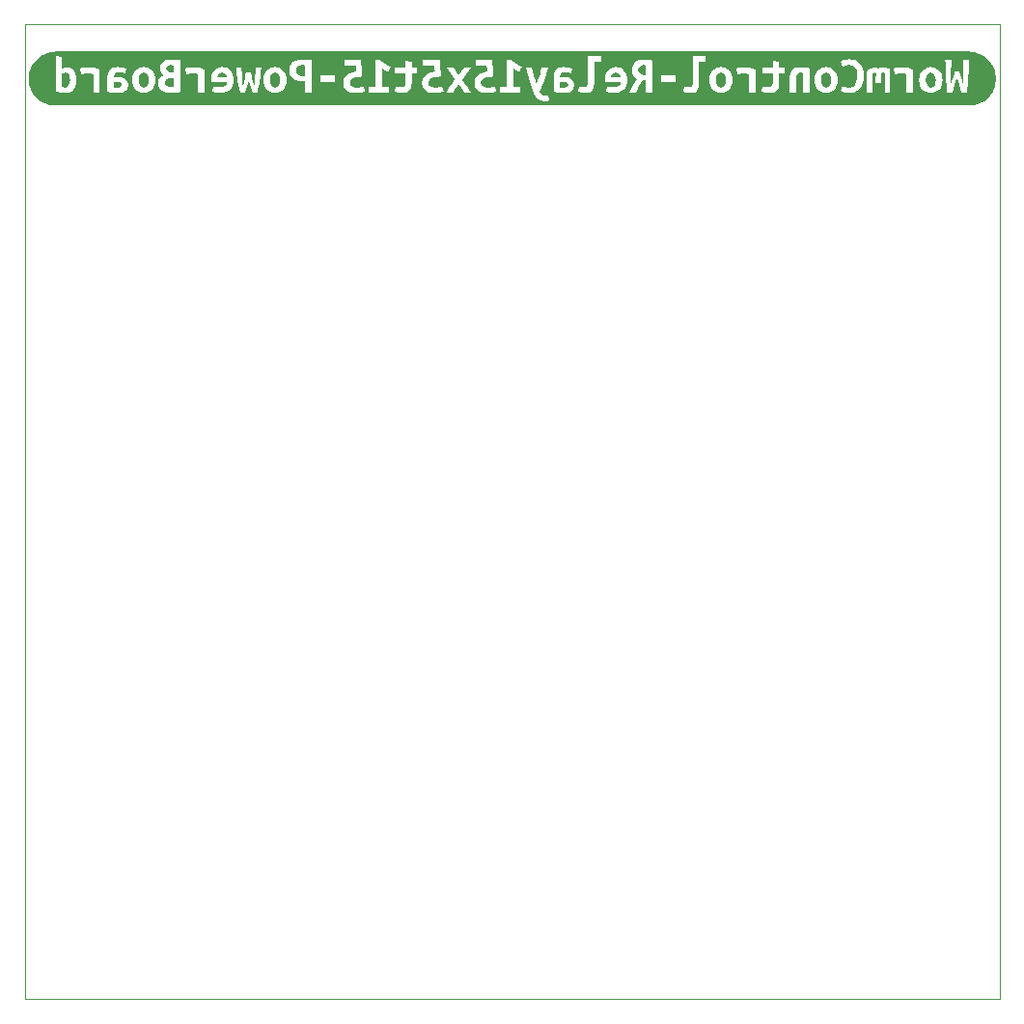
<source format=gbr>
G04 #@! TF.GenerationSoftware,KiCad,Pcbnew,6.0.10+dfsg-1~bpo11+1*
G04 #@! TF.ProjectId,project,70726f6a-6563-4742-9e6b-696361645f70,rev?*
G04 #@! TF.SameCoordinates,Original*
G04 #@! TF.FileFunction,Legend,Bot*
G04 #@! TF.FilePolarity,Positive*
%FSLAX46Y46*%
G04 Gerber Fmt 4.6, Leading zero omitted, Abs format (unit mm)*
%MOMM*%
%LPD*%
G01*
G04 APERTURE LIST*
G04 #@! TA.AperFunction,Profile*
%ADD10C,0.100000*%
G04 #@! TD*
%ADD11C,2.400000*%
%ADD12O,2.080000X3.600000*%
%ADD13O,2.100000X3.600000*%
%ADD14C,1.552000*%
%ADD15C,5.000000*%
G04 APERTURE END LIST*
D10*
X211012500Y-48287500D02*
X211012500Y-133787500D01*
X211012500Y-133787500D02*
X125512500Y-133787500D01*
X125512500Y-48287500D02*
X211012500Y-48287500D01*
X125512500Y-133787500D02*
X125512500Y-48287500D01*
G36*
X147626766Y-52566191D02*
G01*
X147766605Y-52699124D01*
X147851199Y-52904567D01*
X147879397Y-53166405D01*
X147853501Y-53428819D01*
X147775813Y-53635987D01*
X147640577Y-53770647D01*
X147442041Y-53815534D01*
X147248108Y-53770647D01*
X147108269Y-53635987D01*
X147023675Y-53428819D01*
X146995477Y-53166405D01*
X147021373Y-52904567D01*
X147099061Y-52699124D01*
X147234296Y-52566191D01*
X147432833Y-52521880D01*
X147626766Y-52566191D01*
G37*
G36*
X205173641Y-52566191D02*
G01*
X205313480Y-52699124D01*
X205398074Y-52904567D01*
X205426272Y-53166405D01*
X205400376Y-53428819D01*
X205322688Y-53635987D01*
X205187452Y-53770647D01*
X204988916Y-53815534D01*
X204794983Y-53770647D01*
X204655144Y-53635987D01*
X204570550Y-53428819D01*
X204542352Y-53166405D01*
X204568248Y-52904567D01*
X204645936Y-52699124D01*
X204781171Y-52566191D01*
X204979708Y-52521880D01*
X205173641Y-52566191D01*
G37*
G36*
X177529849Y-52540295D02*
G01*
X177663358Y-52641577D01*
X177746225Y-52788897D01*
X177785357Y-52959236D01*
X176919852Y-52959236D01*
X176942871Y-52791199D01*
X177016531Y-52646181D01*
X177145436Y-52542597D01*
X177338793Y-52503465D01*
X177529849Y-52540295D01*
G37*
G36*
X136117391Y-52566191D02*
G01*
X136257230Y-52699124D01*
X136341824Y-52904567D01*
X136370022Y-53166405D01*
X136344126Y-53428819D01*
X136266438Y-53635987D01*
X136131202Y-53770647D01*
X135932666Y-53815534D01*
X135738733Y-53770647D01*
X135598894Y-53635987D01*
X135514300Y-53428819D01*
X135486102Y-53166405D01*
X135511998Y-52904567D01*
X135589686Y-52699124D01*
X135724921Y-52566191D01*
X135923458Y-52521880D01*
X136117391Y-52566191D01*
G37*
G36*
X143001724Y-52540295D02*
G01*
X143135233Y-52641577D01*
X143218100Y-52788897D01*
X143257232Y-52959236D01*
X142391727Y-52959236D01*
X142414746Y-52791199D01*
X142488406Y-52646181D01*
X142617311Y-52542597D01*
X142810668Y-52503465D01*
X143001724Y-52540295D01*
G37*
G36*
X127961287Y-55393960D02*
G01*
X127731431Y-55359864D01*
X127506024Y-55303403D01*
X127287237Y-55225119D01*
X127077176Y-55125768D01*
X126877865Y-55006305D01*
X126691222Y-54867882D01*
X126519047Y-54711831D01*
X126362996Y-54539656D01*
X126224573Y-54353014D01*
X126105110Y-54153702D01*
X126005759Y-53943642D01*
X125927476Y-53724854D01*
X125871014Y-53499447D01*
X125836918Y-53269591D01*
X125825516Y-53037500D01*
X125836918Y-52805409D01*
X125871014Y-52575553D01*
X125927476Y-52350146D01*
X126005759Y-52131358D01*
X126105110Y-51921298D01*
X126224573Y-51721986D01*
X126362996Y-51535344D01*
X126519047Y-51363169D01*
X126691222Y-51207118D01*
X126877865Y-51068695D01*
X126903577Y-51053284D01*
X128193762Y-51053284D01*
X128193762Y-54183834D01*
X128367553Y-54229871D01*
X128575873Y-54266701D01*
X128799155Y-54290871D01*
X129017833Y-54298927D01*
X129328075Y-54265678D01*
X129583583Y-54165930D01*
X129784358Y-53999684D01*
X129928864Y-53775635D01*
X130015568Y-53502479D01*
X130044469Y-53180216D01*
X130020172Y-52852071D01*
X129947279Y-52573544D01*
X129825791Y-52344636D01*
X129656731Y-52174553D01*
X129573513Y-52135165D01*
X130362128Y-52135165D01*
X130463411Y-52659992D01*
X130594618Y-52632370D01*
X130748843Y-52607049D01*
X130900767Y-52590936D01*
X131025068Y-52586332D01*
X131259859Y-52597842D01*
X131494651Y-52641577D01*
X131494651Y-54248286D01*
X132065516Y-54248286D01*
X132065516Y-54197645D01*
X132746871Y-54197645D01*
X133115171Y-54262097D01*
X133374132Y-54289720D01*
X133663017Y-54298927D01*
X134038223Y-54262097D01*
X134325957Y-54140098D01*
X134510107Y-53919118D01*
X134574559Y-53585346D01*
X134500899Y-53267687D01*
X134399719Y-53161801D01*
X134906029Y-53161801D01*
X134924444Y-53407526D01*
X134979689Y-53629082D01*
X135068312Y-53824166D01*
X135186858Y-53990476D01*
X135333603Y-54125136D01*
X135506819Y-54225267D01*
X135704205Y-54287418D01*
X135923458Y-54308135D01*
X136142712Y-54287418D01*
X136340098Y-54225267D01*
X136513889Y-54125136D01*
X136662360Y-53990476D01*
X136782633Y-53824166D01*
X136871831Y-53629082D01*
X136927076Y-53407526D01*
X136928585Y-53387385D01*
X137221716Y-53387385D01*
X137243583Y-53623903D01*
X137309187Y-53817836D01*
X137546280Y-54094061D01*
X137709713Y-54182683D01*
X137900769Y-54241381D01*
X138113117Y-54274182D01*
X138340427Y-54285116D01*
X138532633Y-54279937D01*
X138731746Y-54264399D01*
X138933160Y-54238503D01*
X139132272Y-54202249D01*
X139132272Y-52135165D01*
X139569628Y-52135165D01*
X139670911Y-52659992D01*
X139802118Y-52632370D01*
X139956343Y-52607049D01*
X140108267Y-52590936D01*
X140232568Y-52586332D01*
X140467359Y-52597842D01*
X140702151Y-52641577D01*
X140702151Y-54248286D01*
X141273016Y-54248286D01*
X141273016Y-53138782D01*
X141843881Y-53138782D01*
X141846183Y-53253876D01*
X141853088Y-53350555D01*
X143257232Y-53350555D01*
X143213496Y-53539884D01*
X143082289Y-53684327D01*
X142882026Y-53775826D01*
X142631122Y-53806326D01*
X142306558Y-53769496D01*
X142046446Y-53695836D01*
X141968182Y-54179230D01*
X142281237Y-54264399D01*
X142654141Y-54298927D01*
X142915979Y-54281088D01*
X143149044Y-54227569D01*
X143351609Y-54138947D01*
X143521948Y-54015797D01*
X143658334Y-53858694D01*
X143759041Y-53668214D01*
X143821191Y-53443781D01*
X143841908Y-53184820D01*
X143820040Y-52916652D01*
X143754437Y-52683011D01*
X143653154Y-52484475D01*
X143524249Y-52321617D01*
X143371175Y-52194438D01*
X143197383Y-52102939D01*
X143135232Y-52084524D01*
X144035266Y-52084524D01*
X144063032Y-52395277D01*
X144095690Y-52696822D01*
X144133239Y-52989161D01*
X144175680Y-53272291D01*
X144237831Y-53628315D01*
X144304585Y-53953646D01*
X144375943Y-54248286D01*
X144804092Y-54248286D01*
X144898469Y-53985872D01*
X144981336Y-53753383D01*
X145059600Y-53518592D01*
X145140166Y-53249272D01*
X145223033Y-53513988D01*
X145298995Y-53746477D01*
X145379561Y-53981269D01*
X145480843Y-54248286D01*
X145908992Y-54248286D01*
X145962510Y-54034787D01*
X146012576Y-53799421D01*
X146059189Y-53545063D01*
X146102349Y-53274593D01*
X146117907Y-53161801D01*
X146415404Y-53161801D01*
X146433819Y-53407526D01*
X146489064Y-53629082D01*
X146577687Y-53824166D01*
X146696233Y-53990476D01*
X146842978Y-54125136D01*
X147016194Y-54225267D01*
X147213580Y-54287418D01*
X147432833Y-54308135D01*
X147652087Y-54287418D01*
X147849473Y-54225267D01*
X148023264Y-54125136D01*
X148171735Y-53990476D01*
X148292008Y-53824166D01*
X148381206Y-53629082D01*
X148436451Y-53407526D01*
X148454866Y-53161801D01*
X148435875Y-52919529D01*
X148378904Y-52699124D01*
X148287980Y-52504616D01*
X148167131Y-52340032D01*
X148143802Y-52319315D01*
X148717279Y-52319315D01*
X148750784Y-52628534D01*
X148851300Y-52874834D01*
X149018825Y-53058217D01*
X149247734Y-53184820D01*
X149532399Y-53260782D01*
X149872821Y-53286102D01*
X150075386Y-53286102D01*
X150075386Y-54248286D01*
X150641647Y-54248286D01*
X150641647Y-53387385D01*
X153436123Y-53387385D01*
X153505179Y-53753383D01*
X153716952Y-54045721D01*
X153876932Y-54156211D01*
X154071441Y-54239079D01*
X154300477Y-54290871D01*
X154564042Y-54308135D01*
X154789626Y-54294324D01*
X155010606Y-54259796D01*
X155056097Y-54248286D01*
X155682753Y-54248286D01*
X157413763Y-54248286D01*
X157413763Y-54179230D01*
X157924779Y-54179230D01*
X158263155Y-54271305D01*
X158615342Y-54298927D01*
X158965227Y-54266701D01*
X159223037Y-54142400D01*
X159384168Y-53882288D01*
X159425602Y-53688355D01*
X159439413Y-53442630D01*
X159439413Y-53387385D01*
X160341748Y-53387385D01*
X160410804Y-53753383D01*
X160622577Y-54045721D01*
X160782557Y-54156211D01*
X160977066Y-54239079D01*
X161206102Y-54290871D01*
X161469667Y-54308135D01*
X161695251Y-54294324D01*
X161916231Y-54259796D01*
X161961722Y-54248286D01*
X162487096Y-54248286D01*
X163076376Y-54248286D01*
X163200677Y-54026155D01*
X163324978Y-53829345D01*
X163445827Y-53654402D01*
X163559769Y-53497875D01*
X163690976Y-53679723D01*
X163808372Y-53856967D01*
X163920013Y-54042268D01*
X164033956Y-54248286D01*
X164609424Y-54248286D01*
X164450595Y-53978967D01*
X164261841Y-53693534D01*
X164054673Y-53405800D01*
X164040472Y-53387385D01*
X164945498Y-53387385D01*
X165014554Y-53753383D01*
X165226327Y-54045721D01*
X165386307Y-54156211D01*
X165580816Y-54239079D01*
X165809852Y-54290871D01*
X166073417Y-54308135D01*
X166299001Y-54294324D01*
X166519981Y-54259796D01*
X166565472Y-54248286D01*
X167192128Y-54248286D01*
X168923138Y-54248286D01*
X168923138Y-53778704D01*
X168324651Y-53778704D01*
X168324651Y-52185806D01*
X168619291Y-52349239D01*
X168900119Y-52462031D01*
X169048161Y-52084524D01*
X169434154Y-52084524D01*
X169519899Y-52385494D01*
X169602191Y-52680709D01*
X169684483Y-52969595D01*
X169770228Y-53251574D01*
X169860577Y-53527224D01*
X169956680Y-53797119D01*
X170059689Y-54060683D01*
X170170754Y-54317342D01*
X170343395Y-54635001D01*
X170532149Y-54853679D01*
X170762336Y-54980282D01*
X171059278Y-55021716D01*
X171319390Y-54998697D01*
X171515049Y-54938849D01*
X171409163Y-54464662D01*
X171245730Y-54522209D01*
X171091504Y-54538322D01*
X170824487Y-54427832D01*
X170683144Y-54197645D01*
X171878746Y-54197645D01*
X172247046Y-54262097D01*
X172506007Y-54289720D01*
X172794892Y-54298927D01*
X173170098Y-54262097D01*
X173419830Y-54156211D01*
X174060923Y-54156211D01*
X174123074Y-54188437D01*
X174249677Y-54236777D01*
X174440733Y-54280512D01*
X174696241Y-54298927D01*
X175034616Y-54240805D01*
X175267106Y-54066438D01*
X175401765Y-53780430D01*
X175446652Y-53387385D01*
X175446652Y-53138782D01*
X176372006Y-53138782D01*
X176374308Y-53253876D01*
X176381213Y-53350555D01*
X177785357Y-53350555D01*
X177741621Y-53539884D01*
X177610414Y-53684327D01*
X177410151Y-53775826D01*
X177159247Y-53806326D01*
X176834683Y-53769496D01*
X176574571Y-53695836D01*
X176496307Y-54179230D01*
X176809362Y-54264399D01*
X177182266Y-54298927D01*
X177444104Y-54281088D01*
X177586950Y-54248286D01*
X178563391Y-54248286D01*
X179157274Y-54248286D01*
X179271793Y-53977240D01*
X179403575Y-53716553D01*
X179549169Y-53459319D01*
X179705121Y-53198631D01*
X179999761Y-53198631D01*
X179999761Y-54248286D01*
X180566022Y-54248286D01*
X180566022Y-54156211D01*
X183268423Y-54156211D01*
X183330574Y-54188437D01*
X183457177Y-54236777D01*
X183648233Y-54280512D01*
X183903741Y-54298927D01*
X184242116Y-54240805D01*
X184474606Y-54066438D01*
X184609265Y-53780430D01*
X184654152Y-53387385D01*
X184654152Y-53161801D01*
X185547279Y-53161801D01*
X185565694Y-53407526D01*
X185620939Y-53629082D01*
X185709562Y-53824166D01*
X185828108Y-53990476D01*
X185974853Y-54125136D01*
X186148069Y-54225267D01*
X186345455Y-54287418D01*
X186564708Y-54308135D01*
X186783962Y-54287418D01*
X186981348Y-54225267D01*
X187155139Y-54125136D01*
X187303610Y-53990476D01*
X187423883Y-53824166D01*
X187513081Y-53629082D01*
X187568326Y-53407526D01*
X187586741Y-53161801D01*
X187567750Y-52919529D01*
X187510779Y-52699124D01*
X187419855Y-52504616D01*
X187299006Y-52340032D01*
X187149960Y-52207674D01*
X187019871Y-52135165D01*
X187909003Y-52135165D01*
X188010286Y-52659992D01*
X188141493Y-52632370D01*
X188295718Y-52607049D01*
X188447642Y-52590936D01*
X188571943Y-52586332D01*
X188806734Y-52597842D01*
X189041526Y-52641577D01*
X189041526Y-54248286D01*
X189612391Y-54248286D01*
X189612391Y-54179230D01*
X190151029Y-54179230D01*
X190489405Y-54271305D01*
X190841592Y-54298927D01*
X191191477Y-54266701D01*
X191229671Y-54248286D01*
X192595621Y-54248286D01*
X193161882Y-54248286D01*
X193161882Y-53101952D01*
X193179146Y-52840690D01*
X193230938Y-52664596D01*
X193511767Y-52531087D01*
X193638370Y-52535691D01*
X193769577Y-52549502D01*
X193769577Y-54248286D01*
X194335838Y-54248286D01*
X194335838Y-53161801D01*
X194754779Y-53161801D01*
X194773194Y-53407526D01*
X194828439Y-53629082D01*
X194917062Y-53824166D01*
X195035608Y-53990476D01*
X195182353Y-54125136D01*
X195355569Y-54225267D01*
X195552955Y-54287418D01*
X195772208Y-54308135D01*
X195991462Y-54287418D01*
X196188848Y-54225267D01*
X196362639Y-54125136D01*
X196379136Y-54110174D01*
X197070466Y-54110174D01*
X197395030Y-54245984D01*
X197615435Y-54292597D01*
X197866914Y-54308135D01*
X198237261Y-54265167D01*
X198277454Y-54248286D01*
X199363133Y-54248286D01*
X199823508Y-54248286D01*
X199823508Y-52927010D01*
X199839621Y-52719841D01*
X199881055Y-52600144D01*
X199940904Y-52544899D01*
X200012262Y-52531087D01*
X200099733Y-52537993D01*
X200182601Y-52563314D01*
X200159582Y-52756671D01*
X200150374Y-52991462D01*
X200150374Y-53424215D01*
X200610749Y-53424215D01*
X200610749Y-52927010D01*
X200654485Y-52618559D01*
X200794899Y-52531087D01*
X200861654Y-52535691D01*
X200937616Y-52549502D01*
X200937616Y-54248286D01*
X201397991Y-54248286D01*
X201397991Y-52167391D01*
X201252027Y-52135165D01*
X201720253Y-52135165D01*
X201821536Y-52659992D01*
X201952743Y-52632370D01*
X202106968Y-52607049D01*
X202258892Y-52590936D01*
X202383193Y-52586332D01*
X202617984Y-52597842D01*
X202852776Y-52641577D01*
X202852776Y-54248286D01*
X203423641Y-54248286D01*
X203423641Y-53161801D01*
X203962279Y-53161801D01*
X203980694Y-53407526D01*
X204035939Y-53629082D01*
X204124562Y-53824166D01*
X204243108Y-53990476D01*
X204389853Y-54125136D01*
X204563069Y-54225267D01*
X204760455Y-54287418D01*
X204979708Y-54308135D01*
X205198962Y-54287418D01*
X205396348Y-54225267D01*
X205570139Y-54125136D01*
X205718610Y-53990476D01*
X205838883Y-53824166D01*
X205928081Y-53629082D01*
X205983326Y-53407526D01*
X206001741Y-53161801D01*
X205982750Y-52919529D01*
X205925779Y-52699124D01*
X205834855Y-52504616D01*
X205714006Y-52340032D01*
X205564960Y-52207674D01*
X205389442Y-52109844D01*
X205192632Y-52049420D01*
X204979708Y-52029279D01*
X204763907Y-52049420D01*
X204567673Y-52109844D01*
X204393881Y-52207674D01*
X204245410Y-52340032D01*
X204125137Y-52504616D01*
X204035939Y-52699124D01*
X203980694Y-52919529D01*
X203962279Y-53161801D01*
X203423641Y-53161801D01*
X203423641Y-52227240D01*
X203195180Y-52152429D01*
X202960964Y-52093731D01*
X202703729Y-52055750D01*
X202406212Y-52043090D01*
X202275005Y-52047694D01*
X202093157Y-52063807D01*
X201897498Y-52091429D01*
X201720253Y-52135165D01*
X201252027Y-52135165D01*
X201043502Y-52089127D01*
X200735051Y-52061505D01*
X200520976Y-52091429D01*
X200357543Y-52190410D01*
X200173393Y-52100637D01*
X199952413Y-52061505D01*
X199657773Y-52116750D01*
X199475925Y-52282485D01*
X199386152Y-52561012D01*
X199368888Y-52743435D01*
X199363133Y-52954632D01*
X199363133Y-54248286D01*
X198277454Y-54248286D01*
X198544177Y-54136262D01*
X198787664Y-53921420D01*
X198926640Y-53707633D01*
X199025908Y-53452988D01*
X199085469Y-53157485D01*
X199105323Y-52821124D01*
X199081153Y-52486201D01*
X199008644Y-52190410D01*
X198892975Y-51935477D01*
X198739325Y-51723129D01*
X198550571Y-51555092D01*
X198329591Y-51433093D01*
X198214229Y-51398565D01*
X206241136Y-51398565D01*
X206254947Y-51753629D01*
X206268758Y-52119052D01*
X206283720Y-52488503D01*
X206300984Y-52855652D01*
X206321126Y-53218773D01*
X206344720Y-53576139D01*
X206371767Y-53921420D01*
X206402267Y-54248286D01*
X206871849Y-54248286D01*
X206973132Y-53947316D01*
X207074414Y-53624478D01*
X207175697Y-53298187D01*
X207276979Y-52986859D01*
X207380564Y-53289555D01*
X207488752Y-53617572D01*
X207594638Y-53945590D01*
X207691317Y-54248286D01*
X208160899Y-54248286D01*
X208195428Y-53920845D01*
X208225352Y-53573837D01*
X208251248Y-53214744D01*
X208273691Y-52851048D01*
X208292682Y-52483899D01*
X208308219Y-52114448D01*
X208320880Y-51750176D01*
X208331238Y-51398565D01*
X207806411Y-51398565D01*
X207811014Y-51674790D01*
X207815618Y-51960222D01*
X207820222Y-52249683D01*
X207824826Y-52537993D01*
X207829429Y-52822275D01*
X207834033Y-53099651D01*
X207837486Y-53364942D01*
X207838637Y-53612969D01*
X207744260Y-53290706D01*
X207642978Y-52945425D01*
X207553204Y-52632370D01*
X207488752Y-52406786D01*
X207074414Y-52406786D01*
X207019169Y-52623162D01*
X206938604Y-52908595D01*
X206841925Y-53244669D01*
X206738341Y-53612969D01*
X206739492Y-53364942D01*
X206742944Y-53099651D01*
X206747548Y-52822850D01*
X206752152Y-52540295D01*
X206756756Y-52253136D01*
X206761359Y-51962524D01*
X206764812Y-51675365D01*
X206765963Y-51398565D01*
X206241136Y-51398565D01*
X198214229Y-51398565D01*
X198081564Y-51358858D01*
X197811669Y-51334112D01*
X197537746Y-51359433D01*
X197323672Y-51416980D01*
X197169446Y-51486036D01*
X197075069Y-51541281D01*
X197222389Y-51992449D01*
X197477898Y-51875053D01*
X197820877Y-51826714D01*
X198080989Y-51875053D01*
X198306573Y-52036184D01*
X198467704Y-52337730D01*
X198514317Y-52549502D01*
X198529854Y-52807312D01*
X198511184Y-53107324D01*
X198455171Y-53356693D01*
X198361818Y-53555422D01*
X198140262Y-53750506D01*
X197811669Y-53815534D01*
X197445671Y-53764892D01*
X197213182Y-53663610D01*
X197070466Y-54110174D01*
X196379136Y-54110174D01*
X196511110Y-53990476D01*
X196631383Y-53824166D01*
X196720581Y-53629082D01*
X196775826Y-53407526D01*
X196794241Y-53161801D01*
X196775250Y-52919529D01*
X196718279Y-52699124D01*
X196627355Y-52504616D01*
X196506506Y-52340032D01*
X196357460Y-52207674D01*
X196181942Y-52109844D01*
X195985132Y-52049420D01*
X195772208Y-52029279D01*
X195556407Y-52049420D01*
X195360173Y-52109844D01*
X195186381Y-52207674D01*
X195037910Y-52340032D01*
X194917637Y-52504616D01*
X194828439Y-52699124D01*
X194773194Y-52919529D01*
X194754779Y-53161801D01*
X194335838Y-53161801D01*
X194335838Y-52153580D01*
X194166075Y-52113297D01*
X193960633Y-52075316D01*
X193727568Y-52047694D01*
X193474937Y-52038486D01*
X193238995Y-52056326D01*
X193046788Y-52109844D01*
X192777469Y-52312409D01*
X192637054Y-52625464D01*
X192605979Y-52817095D01*
X192595621Y-53028292D01*
X192595621Y-54248286D01*
X191229671Y-54248286D01*
X191449287Y-54142400D01*
X191610418Y-53882288D01*
X191651852Y-53688355D01*
X191665663Y-53442630D01*
X191665663Y-52554106D01*
X192158264Y-52554106D01*
X192158264Y-52084524D01*
X191665663Y-52084524D01*
X191665663Y-51541281D01*
X191099402Y-51449206D01*
X191099402Y-52084524D01*
X190192463Y-52084524D01*
X190192463Y-52554106D01*
X191099402Y-52554106D01*
X191099402Y-53428819D01*
X191076383Y-53622176D01*
X191011931Y-53737270D01*
X190910648Y-53792515D01*
X190777139Y-53806326D01*
X190632121Y-53801722D01*
X190503216Y-53785609D01*
X190374311Y-53751081D01*
X190229293Y-53691232D01*
X190151029Y-54179230D01*
X189612391Y-54179230D01*
X189612391Y-52227240D01*
X189383930Y-52152429D01*
X189149714Y-52093731D01*
X188892479Y-52055750D01*
X188594962Y-52043090D01*
X188463755Y-52047694D01*
X188281907Y-52063807D01*
X188086248Y-52091429D01*
X187909003Y-52135165D01*
X187019871Y-52135165D01*
X186974442Y-52109844D01*
X186777632Y-52049420D01*
X186564708Y-52029279D01*
X186348907Y-52049420D01*
X186152673Y-52109844D01*
X185978881Y-52207674D01*
X185830410Y-52340032D01*
X185710137Y-52504616D01*
X185620939Y-52699124D01*
X185565694Y-52919529D01*
X185547279Y-53161801D01*
X184654152Y-53161801D01*
X184654152Y-51550489D01*
X185252639Y-51550489D01*
X185252639Y-51080906D01*
X184087891Y-51080906D01*
X184087891Y-53428819D01*
X184000419Y-53728062D01*
X183779439Y-53806326D01*
X183494007Y-53760289D01*
X183342083Y-53700440D01*
X183268423Y-54156211D01*
X180566022Y-54156211D01*
X180566022Y-53345951D01*
X181334848Y-53345951D01*
X182596276Y-53345951D01*
X182596276Y-52788897D01*
X181334848Y-52788897D01*
X181334848Y-53345951D01*
X180566022Y-53345951D01*
X180566022Y-51439999D01*
X180384174Y-51405471D01*
X180183911Y-51382452D01*
X179990553Y-51370942D01*
X179829422Y-51366339D01*
X179596933Y-51380150D01*
X179387462Y-51421584D01*
X179203312Y-51491791D01*
X179046784Y-51591922D01*
X178828106Y-51884261D01*
X178771135Y-52077043D01*
X178752144Y-52300900D01*
X178777465Y-52537993D01*
X178853427Y-52752067D01*
X178988087Y-52930463D01*
X179189501Y-53060519D01*
X179023766Y-53325234D01*
X178853427Y-53629082D01*
X178694598Y-53946741D01*
X178563391Y-54248286D01*
X177586950Y-54248286D01*
X177677169Y-54227569D01*
X177879734Y-54138947D01*
X178050073Y-54015797D01*
X178186459Y-53858694D01*
X178287166Y-53668214D01*
X178349316Y-53443781D01*
X178370033Y-53184820D01*
X178348165Y-52916652D01*
X178282562Y-52683011D01*
X178181279Y-52484475D01*
X178052374Y-52321617D01*
X177899300Y-52194438D01*
X177725508Y-52102939D01*
X177539056Y-52047694D01*
X177348001Y-52029279D01*
X177054384Y-52060738D01*
X176811920Y-52155115D01*
X176620608Y-52312409D01*
X176482496Y-52530064D01*
X176399628Y-52805522D01*
X176372006Y-53138782D01*
X175446652Y-53138782D01*
X175446652Y-51550489D01*
X176045139Y-51550489D01*
X176045139Y-51080906D01*
X174880391Y-51080906D01*
X174880391Y-53428819D01*
X174792919Y-53728062D01*
X174571939Y-53806326D01*
X174286507Y-53760289D01*
X174134583Y-53700440D01*
X174060923Y-54156211D01*
X173419830Y-54156211D01*
X173457832Y-54140098D01*
X173641982Y-53919118D01*
X173706434Y-53585346D01*
X173632774Y-53267687D01*
X173434813Y-53060519D01*
X173149381Y-52947727D01*
X172813307Y-52913199D01*
X172604987Y-52922406D01*
X172421988Y-52950029D01*
X172421988Y-52880972D01*
X172523271Y-52611653D01*
X172661383Y-52530512D01*
X172873156Y-52503465D01*
X173183909Y-52526484D01*
X173425606Y-52581729D01*
X173503869Y-52125957D01*
X173204626Y-52059203D01*
X173007815Y-52036760D01*
X172804099Y-52029279D01*
X172559525Y-52044816D01*
X172359838Y-52091429D01*
X172076707Y-52266372D01*
X171924783Y-52542597D01*
X171878746Y-52908595D01*
X171878746Y-54197645D01*
X170683144Y-54197645D01*
X170663356Y-54165419D01*
X170798399Y-53882288D01*
X170933442Y-53573070D01*
X171068486Y-53237763D01*
X171167466Y-52969739D01*
X171261843Y-52688190D01*
X171351616Y-52393119D01*
X171436786Y-52084524D01*
X170847506Y-52084524D01*
X170753129Y-52448220D01*
X170698459Y-52641577D01*
X170640337Y-52834935D01*
X170578762Y-53026566D01*
X170513734Y-53214744D01*
X170377923Y-53562327D01*
X170281244Y-53214744D01*
X170231754Y-53027142D01*
X170184566Y-52837237D01*
X170139104Y-52645606D01*
X170094793Y-52452824D01*
X170014227Y-52084524D01*
X169434154Y-52084524D01*
X169048161Y-52084524D01*
X169084269Y-51992449D01*
X168844874Y-51886562D01*
X168587064Y-51743846D01*
X168343066Y-51578111D01*
X168145104Y-51398565D01*
X167758389Y-51398565D01*
X167758389Y-53778704D01*
X167192128Y-53778704D01*
X167192128Y-54248286D01*
X166565472Y-54248286D01*
X166711036Y-54211456D01*
X166842243Y-54160815D01*
X166727149Y-53691232D01*
X166469339Y-53783307D01*
X166293246Y-53814383D01*
X166078021Y-53824741D01*
X165804098Y-53787911D01*
X165633759Y-53693534D01*
X165548589Y-53562327D01*
X165525571Y-53410404D01*
X165564703Y-53191726D01*
X165721230Y-53021387D01*
X166055002Y-52910897D01*
X166304755Y-52881548D01*
X166621263Y-52871765D01*
X166579829Y-52489078D01*
X166547603Y-52114448D01*
X166523433Y-51750176D01*
X166506169Y-51398565D01*
X165051384Y-51398565D01*
X165051384Y-51868147D01*
X166031983Y-51868147D01*
X166055002Y-52176599D01*
X166078021Y-52439012D01*
X165729670Y-52486073D01*
X165445772Y-52578148D01*
X165226327Y-52715237D01*
X165070311Y-52896318D01*
X164976701Y-53120367D01*
X164945498Y-53387385D01*
X164040472Y-53387385D01*
X163845202Y-53134179D01*
X164604821Y-52084524D01*
X164010937Y-52084524D01*
X163532147Y-52761275D01*
X163090187Y-52084524D01*
X162514718Y-52084524D01*
X163214488Y-53124971D01*
X162998112Y-53408102D01*
X162795547Y-53709647D01*
X162620604Y-53999684D01*
X162487096Y-54248286D01*
X161961722Y-54248286D01*
X162107286Y-54211456D01*
X162238493Y-54160815D01*
X162123399Y-53691232D01*
X161865589Y-53783307D01*
X161689496Y-53814383D01*
X161474271Y-53824741D01*
X161200348Y-53787911D01*
X161030009Y-53693534D01*
X160944839Y-53562327D01*
X160921821Y-53410404D01*
X160960953Y-53191726D01*
X161117480Y-53021387D01*
X161451252Y-52910897D01*
X161701005Y-52881548D01*
X162017513Y-52871765D01*
X161976079Y-52489078D01*
X161943853Y-52114448D01*
X161919683Y-51750176D01*
X161902419Y-51398565D01*
X160447634Y-51398565D01*
X160447634Y-51868147D01*
X161428233Y-51868147D01*
X161451252Y-52176599D01*
X161474271Y-52439012D01*
X161125920Y-52486073D01*
X160842022Y-52578148D01*
X160622577Y-52715237D01*
X160466561Y-52896318D01*
X160372951Y-53120367D01*
X160341748Y-53387385D01*
X159439413Y-53387385D01*
X159439413Y-52554106D01*
X159932014Y-52554106D01*
X159932014Y-52084524D01*
X159439413Y-52084524D01*
X159439413Y-51541281D01*
X158873152Y-51449206D01*
X158873152Y-52084524D01*
X157966213Y-52084524D01*
X157966213Y-52554106D01*
X158873152Y-52554106D01*
X158873152Y-53428819D01*
X158850133Y-53622176D01*
X158785681Y-53737270D01*
X158684398Y-53792515D01*
X158550889Y-53806326D01*
X158405871Y-53801722D01*
X158276966Y-53785609D01*
X158148061Y-53751081D01*
X158003043Y-53691232D01*
X157924779Y-54179230D01*
X157413763Y-54179230D01*
X157413763Y-53778704D01*
X156815276Y-53778704D01*
X156815276Y-52185806D01*
X157109916Y-52349239D01*
X157390744Y-52462031D01*
X157574894Y-51992449D01*
X157335499Y-51886562D01*
X157077689Y-51743846D01*
X156833691Y-51578111D01*
X156635729Y-51398565D01*
X156249014Y-51398565D01*
X156249014Y-53778704D01*
X155682753Y-53778704D01*
X155682753Y-54248286D01*
X155056097Y-54248286D01*
X155201661Y-54211456D01*
X155332868Y-54160815D01*
X155217774Y-53691232D01*
X154959964Y-53783307D01*
X154783871Y-53814383D01*
X154568646Y-53824741D01*
X154294723Y-53787911D01*
X154124384Y-53693534D01*
X154039214Y-53562327D01*
X154016196Y-53410404D01*
X154055328Y-53191726D01*
X154211855Y-53021387D01*
X154545627Y-52910897D01*
X154795380Y-52881548D01*
X155111888Y-52871765D01*
X155070454Y-52489078D01*
X155038228Y-52114448D01*
X155014058Y-51750176D01*
X154996794Y-51398565D01*
X153542009Y-51398565D01*
X153542009Y-51868147D01*
X154522608Y-51868147D01*
X154545627Y-52176599D01*
X154568646Y-52439012D01*
X154220295Y-52486073D01*
X153936397Y-52578148D01*
X153716952Y-52715237D01*
X153560936Y-52896318D01*
X153467326Y-53120367D01*
X153436123Y-53387385D01*
X150641647Y-53387385D01*
X150641647Y-53345951D01*
X151410473Y-53345951D01*
X152671901Y-53345951D01*
X152671901Y-52788897D01*
X151410473Y-52788897D01*
X151410473Y-53345951D01*
X150641647Y-53345951D01*
X150641647Y-51435395D01*
X150455195Y-51403169D01*
X150245724Y-51382452D01*
X150038556Y-51370942D01*
X149859009Y-51366339D01*
X149523959Y-51391148D01*
X149243130Y-51465575D01*
X149016523Y-51589621D01*
X148850277Y-51769934D01*
X148750529Y-52013166D01*
X148717279Y-52319315D01*
X148143802Y-52319315D01*
X148018085Y-52207674D01*
X147842567Y-52109844D01*
X147645757Y-52049420D01*
X147432833Y-52029279D01*
X147217032Y-52049420D01*
X147020798Y-52109844D01*
X146847006Y-52207674D01*
X146698535Y-52340032D01*
X146578262Y-52504616D01*
X146489064Y-52699124D01*
X146433819Y-52919529D01*
X146415404Y-53161801D01*
X146117907Y-53161801D01*
X146141481Y-52990887D01*
X146176009Y-52696822D01*
X146207085Y-52394126D01*
X146235858Y-52084524D01*
X145752464Y-52084524D01*
X145739932Y-52349495D01*
X145726888Y-52610374D01*
X145713333Y-52867161D01*
X145695685Y-53124460D01*
X145670364Y-53386873D01*
X145637371Y-53654402D01*
X145533786Y-53329838D01*
X145455523Y-53044406D01*
X145391070Y-52781992D01*
X145328919Y-52521880D01*
X144919186Y-52521880D01*
X144861639Y-52781992D01*
X144797186Y-53044406D01*
X144723526Y-53329838D01*
X144629149Y-53654402D01*
X144603829Y-53447234D01*
X144583112Y-53249272D01*
X144566423Y-53056490D01*
X144553188Y-52864859D01*
X144534773Y-52482748D01*
X144527291Y-52287664D01*
X144518659Y-52084524D01*
X144035266Y-52084524D01*
X143135232Y-52084524D01*
X143010931Y-52047694D01*
X142819876Y-52029279D01*
X142526259Y-52060738D01*
X142283795Y-52155115D01*
X142092483Y-52312409D01*
X141954371Y-52530064D01*
X141871503Y-52805522D01*
X141843881Y-53138782D01*
X141273016Y-53138782D01*
X141273016Y-52227240D01*
X141044555Y-52152429D01*
X140810339Y-52093731D01*
X140553104Y-52055750D01*
X140255587Y-52043090D01*
X140124380Y-52047694D01*
X139942532Y-52063807D01*
X139746873Y-52091429D01*
X139569628Y-52135165D01*
X139132272Y-52135165D01*
X139132272Y-51435395D01*
X138777783Y-51387056D01*
X138395672Y-51366339D01*
X138103334Y-51383027D01*
X137870844Y-51433093D01*
X137553186Y-51608036D01*
X137396658Y-51849732D01*
X137355224Y-52116750D01*
X137379970Y-52307806D01*
X137454205Y-52475842D01*
X137718921Y-52724445D01*
X137475497Y-52848746D01*
X137325300Y-53009877D01*
X137247612Y-53194027D01*
X137221716Y-53387385D01*
X136928585Y-53387385D01*
X136945491Y-53161801D01*
X136926500Y-52919529D01*
X136869529Y-52699124D01*
X136778605Y-52504616D01*
X136657756Y-52340032D01*
X136508710Y-52207674D01*
X136333192Y-52109844D01*
X136136382Y-52049420D01*
X135923458Y-52029279D01*
X135707657Y-52049420D01*
X135511423Y-52109844D01*
X135337631Y-52207674D01*
X135189160Y-52340032D01*
X135068887Y-52504616D01*
X134979689Y-52699124D01*
X134924444Y-52919529D01*
X134906029Y-53161801D01*
X134399719Y-53161801D01*
X134302938Y-53060519D01*
X134017506Y-52947727D01*
X133681432Y-52913199D01*
X133473112Y-52922406D01*
X133290113Y-52950029D01*
X133290113Y-52880972D01*
X133391396Y-52611653D01*
X133529508Y-52530512D01*
X133741281Y-52503465D01*
X134052034Y-52526484D01*
X134293731Y-52581729D01*
X134371994Y-52125957D01*
X134072751Y-52059203D01*
X133875940Y-52036760D01*
X133672224Y-52029279D01*
X133427650Y-52044816D01*
X133227963Y-52091429D01*
X132944832Y-52266372D01*
X132792908Y-52542597D01*
X132746871Y-52908595D01*
X132746871Y-54197645D01*
X132065516Y-54197645D01*
X132065516Y-52227240D01*
X131837055Y-52152429D01*
X131602839Y-52093731D01*
X131345604Y-52055750D01*
X131048087Y-52043090D01*
X130916880Y-52047694D01*
X130735032Y-52063807D01*
X130539373Y-52091429D01*
X130362128Y-52135165D01*
X129573513Y-52135165D01*
X129441122Y-52072503D01*
X129178964Y-52038486D01*
X128953381Y-52063807D01*
X128760023Y-52135165D01*
X128760023Y-51149962D01*
X128193762Y-51053284D01*
X126903577Y-51053284D01*
X127077176Y-50949232D01*
X127287237Y-50849881D01*
X127506024Y-50771597D01*
X127731431Y-50715136D01*
X127961287Y-50681040D01*
X128193378Y-50669638D01*
X208331622Y-50669638D01*
X208563713Y-50681040D01*
X208793569Y-50715136D01*
X209018976Y-50771597D01*
X209237763Y-50849881D01*
X209447824Y-50949232D01*
X209647135Y-51068695D01*
X209833778Y-51207118D01*
X210005953Y-51363169D01*
X210162004Y-51535344D01*
X210300427Y-51721986D01*
X210419890Y-51921298D01*
X210519241Y-52131358D01*
X210597524Y-52350146D01*
X210653986Y-52575553D01*
X210688082Y-52805409D01*
X210699484Y-53037500D01*
X210688082Y-53269591D01*
X210653986Y-53499447D01*
X210597524Y-53724854D01*
X210519241Y-53943642D01*
X210419890Y-54153702D01*
X210300427Y-54353014D01*
X210162004Y-54539656D01*
X210005953Y-54711831D01*
X209833778Y-54867882D01*
X209647135Y-55006305D01*
X209447824Y-55125768D01*
X209237763Y-55225119D01*
X209018976Y-55303403D01*
X208793569Y-55359864D01*
X208563713Y-55393960D01*
X208331622Y-55405362D01*
X128193378Y-55405362D01*
X127961287Y-55393960D01*
G37*
G36*
X138566011Y-53774100D02*
G01*
X138434804Y-53787911D01*
X138294389Y-53792515D01*
X138105636Y-53776402D01*
X137942203Y-53716553D01*
X137824807Y-53592252D01*
X137778769Y-53387385D01*
X137909976Y-53090443D01*
X138262163Y-53000670D01*
X138566011Y-53000670D01*
X138566011Y-53774100D01*
G37*
G36*
X179907686Y-51861242D02*
G01*
X179999761Y-51872751D01*
X179999761Y-52729049D01*
X179875459Y-52729049D01*
X179625706Y-52700851D01*
X179456518Y-52616257D01*
X179327613Y-52296296D01*
X179362141Y-52100637D01*
X179465726Y-51964826D01*
X179625706Y-51885412D01*
X179829422Y-51858940D01*
X179907686Y-51861242D01*
G37*
G36*
X149934971Y-51861242D02*
G01*
X150075386Y-51872751D01*
X150075386Y-52793501D01*
X149845198Y-52793501D01*
X149606954Y-52766454D01*
X149435464Y-52685313D01*
X149331880Y-52538569D01*
X149297352Y-52314711D01*
X149331305Y-52102363D01*
X149433163Y-51962524D01*
X149591416Y-51884836D01*
X149794557Y-51858940D01*
X149934971Y-51861242D01*
G37*
G36*
X172868552Y-53320631D02*
G01*
X173013570Y-53359762D01*
X173112551Y-53438026D01*
X173149381Y-53571535D01*
X173038891Y-53781006D01*
X172753458Y-53843156D01*
X172573912Y-53840854D01*
X172421988Y-53829345D01*
X172421988Y-53332140D01*
X172555497Y-53316027D01*
X172698213Y-53309121D01*
X172868552Y-53320631D01*
G37*
G36*
X138441709Y-51863544D02*
G01*
X138566011Y-51877355D01*
X138566011Y-52531087D01*
X138345031Y-52531087D01*
X138018164Y-52436711D01*
X137907674Y-52176599D01*
X137939901Y-52013166D01*
X138027372Y-51916487D01*
X138156277Y-51870449D01*
X138308201Y-51858940D01*
X138441709Y-51863544D01*
G37*
G36*
X195966141Y-52566191D02*
G01*
X196105980Y-52699124D01*
X196190574Y-52904567D01*
X196218772Y-53166405D01*
X196192876Y-53428819D01*
X196115188Y-53635987D01*
X195979952Y-53770647D01*
X195781416Y-53815534D01*
X195587483Y-53770647D01*
X195447644Y-53635987D01*
X195363050Y-53428819D01*
X195334852Y-53166405D01*
X195360748Y-52904567D01*
X195438436Y-52699124D01*
X195573671Y-52566191D01*
X195772208Y-52521880D01*
X195966141Y-52566191D01*
G37*
G36*
X129257228Y-52566767D02*
G01*
X129376926Y-52687615D01*
X129445982Y-52884425D01*
X129469001Y-53152594D01*
X129441954Y-53416158D01*
X129360813Y-53626780D01*
X129219823Y-53764892D01*
X129013229Y-53810930D01*
X128884324Y-53806326D01*
X128760023Y-53792515D01*
X128760023Y-52613955D01*
X128907343Y-52551804D01*
X129082286Y-52526484D01*
X129257228Y-52566767D01*
G37*
G36*
X133736677Y-53320631D02*
G01*
X133881695Y-53359762D01*
X133980676Y-53438026D01*
X134017506Y-53571535D01*
X133907016Y-53781006D01*
X133621583Y-53843156D01*
X133442037Y-53840854D01*
X133290113Y-53829345D01*
X133290113Y-53332140D01*
X133423622Y-53316027D01*
X133566338Y-53309121D01*
X133736677Y-53320631D01*
G37*
G36*
X186758641Y-52566191D02*
G01*
X186898480Y-52699124D01*
X186983074Y-52904567D01*
X187011272Y-53166405D01*
X186985376Y-53428819D01*
X186907688Y-53635987D01*
X186772452Y-53770647D01*
X186573916Y-53815534D01*
X186379983Y-53770647D01*
X186240144Y-53635987D01*
X186155550Y-53428819D01*
X186127352Y-53166405D01*
X186153248Y-52904567D01*
X186230936Y-52699124D01*
X186366171Y-52566191D01*
X186564708Y-52521880D01*
X186758641Y-52566191D01*
G37*
%LPC*%
D11*
X132302500Y-87667500D03*
X132302500Y-77507500D03*
X132302500Y-72427500D03*
X127222500Y-85127500D03*
X148182500Y-94412500D03*
X148182500Y-104572500D03*
X148182500Y-109652500D03*
X153262500Y-96952500D03*
G36*
G01*
X131982500Y-121810001D02*
X131982500Y-118709999D01*
G75*
G02*
X132232499Y-118460000I249999J0D01*
G01*
X133812501Y-118460000D01*
G75*
G02*
X134062500Y-118709999I0J-249999D01*
G01*
X134062500Y-121810001D01*
G75*
G02*
X133812501Y-122060000I-249999J0D01*
G01*
X132232499Y-122060000D01*
G75*
G02*
X131982500Y-121810001I0J249999D01*
G01*
G37*
D12*
X138102500Y-120260000D03*
X143182500Y-120260000D03*
X148262500Y-120260000D03*
X153342500Y-120260000D03*
X158422500Y-120260000D03*
X163502500Y-120260000D03*
G36*
G01*
X203932500Y-60265001D02*
X203932500Y-63364999D01*
G75*
G02*
X203682499Y-63615000I-250001J0D01*
G01*
X202082501Y-63615000D01*
G75*
G02*
X201832500Y-63364999I0J250001D01*
G01*
X201832500Y-60265001D01*
G75*
G02*
X202082501Y-60015000I250001J0D01*
G01*
X203682499Y-60015000D01*
G75*
G02*
X203932500Y-60265001I0J-250001D01*
G01*
G37*
D13*
X195262500Y-61815000D03*
X187642500Y-61815000D03*
D11*
X141182500Y-94412500D03*
X141182500Y-104572500D03*
X141182500Y-109652500D03*
X146262500Y-96952500D03*
D14*
X127262500Y-122037500D03*
D11*
X176182500Y-94412500D03*
X176182500Y-104572500D03*
X176182500Y-109652500D03*
X181262500Y-96952500D03*
X153302500Y-87667500D03*
X153302500Y-77507500D03*
X153302500Y-72427500D03*
X148222500Y-85127500D03*
X127182500Y-94412500D03*
X127182500Y-104572500D03*
X127182500Y-109652500D03*
X132262500Y-96952500D03*
X155182500Y-94412500D03*
X155182500Y-104572500D03*
X155182500Y-109652500D03*
X160262500Y-96952500D03*
G36*
G01*
X163542500Y-60264999D02*
X163542500Y-63365001D01*
G75*
G02*
X163292501Y-63615000I-249999J0D01*
G01*
X161712499Y-63615000D01*
G75*
G02*
X161462500Y-63365001I0J249999D01*
G01*
X161462500Y-60264999D01*
G75*
G02*
X161712499Y-60015000I249999J0D01*
G01*
X163292501Y-60015000D01*
G75*
G02*
X163542500Y-60264999I0J-249999D01*
G01*
G37*
D12*
X157422500Y-61815000D03*
X152342500Y-61815000D03*
X147262500Y-61815000D03*
X142182500Y-61815000D03*
X137102500Y-61815000D03*
X132022500Y-61815000D03*
D11*
X169182500Y-94412500D03*
X169182500Y-104572500D03*
X169182500Y-109652500D03*
X174262500Y-96952500D03*
D14*
X127262500Y-50037500D03*
D15*
X198262500Y-72037500D03*
D14*
X209262500Y-50037500D03*
D11*
X146302500Y-87667500D03*
X146302500Y-77507500D03*
X146302500Y-72427500D03*
X141222500Y-85127500D03*
G36*
G01*
X170982500Y-121810001D02*
X170982500Y-118709999D01*
G75*
G02*
X171232499Y-118460000I249999J0D01*
G01*
X172812501Y-118460000D01*
G75*
G02*
X173062500Y-118709999I0J-249999D01*
G01*
X173062500Y-121810001D01*
G75*
G02*
X172812501Y-122060000I-249999J0D01*
G01*
X171232499Y-122060000D01*
G75*
G02*
X170982500Y-121810001I0J249999D01*
G01*
G37*
D12*
X177102500Y-120260000D03*
X182182500Y-120260000D03*
X187262500Y-120260000D03*
X192342500Y-120260000D03*
X197422500Y-120260000D03*
X202502500Y-120260000D03*
D11*
X162182500Y-94412500D03*
X162182500Y-104572500D03*
X162182500Y-109652500D03*
X167262500Y-96952500D03*
X183182500Y-94412500D03*
X183182500Y-104572500D03*
X183182500Y-109652500D03*
X188262500Y-96952500D03*
X190182500Y-94412500D03*
X190182500Y-104572500D03*
X190182500Y-109652500D03*
X195262500Y-96952500D03*
X160302500Y-87667500D03*
X160302500Y-77507500D03*
X160302500Y-72427500D03*
X155222500Y-85127500D03*
X139302500Y-87667500D03*
X139302500Y-77507500D03*
X139302500Y-72427500D03*
X134222500Y-85127500D03*
X134182500Y-94412500D03*
X134182500Y-104572500D03*
X134182500Y-109652500D03*
X139262500Y-96952500D03*
M02*

</source>
